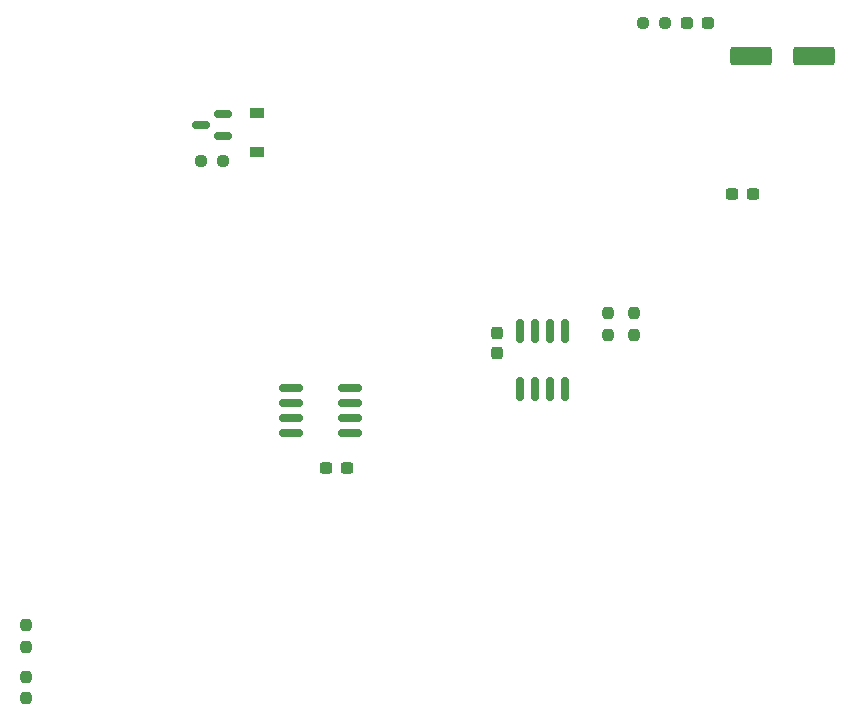
<source format=gbr>
G04 #@! TF.GenerationSoftware,KiCad,Pcbnew,(6.0.5)*
G04 #@! TF.CreationDate,2022-06-02T00:56:07-04:00*
G04 #@! TF.ProjectId,BBB_16_Expansion,4242425f-3136-45f4-9578-70616e73696f,v1*
G04 #@! TF.SameCoordinates,Original*
G04 #@! TF.FileFunction,Paste,Top*
G04 #@! TF.FilePolarity,Positive*
%FSLAX46Y46*%
G04 Gerber Fmt 4.6, Leading zero omitted, Abs format (unit mm)*
G04 Created by KiCad (PCBNEW (6.0.5)) date 2022-06-02 00:56:07*
%MOMM*%
%LPD*%
G01*
G04 APERTURE LIST*
G04 Aperture macros list*
%AMRoundRect*
0 Rectangle with rounded corners*
0 $1 Rounding radius*
0 $2 $3 $4 $5 $6 $7 $8 $9 X,Y pos of 4 corners*
0 Add a 4 corners polygon primitive as box body*
4,1,4,$2,$3,$4,$5,$6,$7,$8,$9,$2,$3,0*
0 Add four circle primitives for the rounded corners*
1,1,$1+$1,$2,$3*
1,1,$1+$1,$4,$5*
1,1,$1+$1,$6,$7*
1,1,$1+$1,$8,$9*
0 Add four rect primitives between the rounded corners*
20,1,$1+$1,$2,$3,$4,$5,0*
20,1,$1+$1,$4,$5,$6,$7,0*
20,1,$1+$1,$6,$7,$8,$9,0*
20,1,$1+$1,$8,$9,$2,$3,0*%
G04 Aperture macros list end*
%ADD10RoundRect,0.237500X-0.287500X-0.237500X0.287500X-0.237500X0.287500X0.237500X-0.287500X0.237500X0*%
%ADD11RoundRect,0.237500X-0.237500X0.250000X-0.237500X-0.250000X0.237500X-0.250000X0.237500X0.250000X0*%
%ADD12RoundRect,0.237500X0.237500X-0.300000X0.237500X0.300000X-0.237500X0.300000X-0.237500X-0.300000X0*%
%ADD13RoundRect,0.150000X0.150000X-0.825000X0.150000X0.825000X-0.150000X0.825000X-0.150000X-0.825000X0*%
%ADD14RoundRect,0.237500X-0.250000X-0.237500X0.250000X-0.237500X0.250000X0.237500X-0.250000X0.237500X0*%
%ADD15RoundRect,0.237500X-0.300000X-0.237500X0.300000X-0.237500X0.300000X0.237500X-0.300000X0.237500X0*%
%ADD16RoundRect,0.150000X0.825000X0.150000X-0.825000X0.150000X-0.825000X-0.150000X0.825000X-0.150000X0*%
%ADD17RoundRect,0.237500X0.300000X0.237500X-0.300000X0.237500X-0.300000X-0.237500X0.300000X-0.237500X0*%
%ADD18RoundRect,0.250000X-1.500000X-0.550000X1.500000X-0.550000X1.500000X0.550000X-1.500000X0.550000X0*%
%ADD19RoundRect,0.150000X0.587500X0.150000X-0.587500X0.150000X-0.587500X-0.150000X0.587500X-0.150000X0*%
%ADD20R,1.200000X0.900000*%
G04 APERTURE END LIST*
D10*
X209741000Y-57934000D03*
X211491000Y-57934000D03*
D11*
X203070000Y-82533400D03*
X203070000Y-84358400D03*
D12*
X193646600Y-85921300D03*
X193646600Y-84196300D03*
D13*
X195551600Y-88956200D03*
X196821600Y-88956200D03*
X198091600Y-88956200D03*
X199361600Y-88956200D03*
X199361600Y-84006200D03*
X198091600Y-84006200D03*
X196821600Y-84006200D03*
X195551600Y-84006200D03*
D14*
X206003500Y-57934000D03*
X207828500Y-57934000D03*
D11*
X153766000Y-113271500D03*
X153766000Y-115096500D03*
D15*
X213553500Y-72434000D03*
X215278500Y-72434000D03*
D16*
X181191000Y-92639000D03*
X181191000Y-91369000D03*
X181191000Y-90099000D03*
X181191000Y-88829000D03*
X176241000Y-88829000D03*
X176241000Y-90099000D03*
X176241000Y-91369000D03*
X176241000Y-92639000D03*
D17*
X180928500Y-95584000D03*
X179203500Y-95584000D03*
D11*
X153766000Y-108921500D03*
X153766000Y-110746500D03*
X205267100Y-82533400D03*
X205267100Y-84358400D03*
D18*
X215116000Y-60734000D03*
X220516000Y-60734000D03*
D19*
X170453500Y-67534000D03*
X170453500Y-65634000D03*
X168578500Y-66584000D03*
D14*
X168603500Y-69584000D03*
X170428500Y-69584000D03*
D20*
X173316000Y-65534000D03*
X173316000Y-68834000D03*
M02*

</source>
